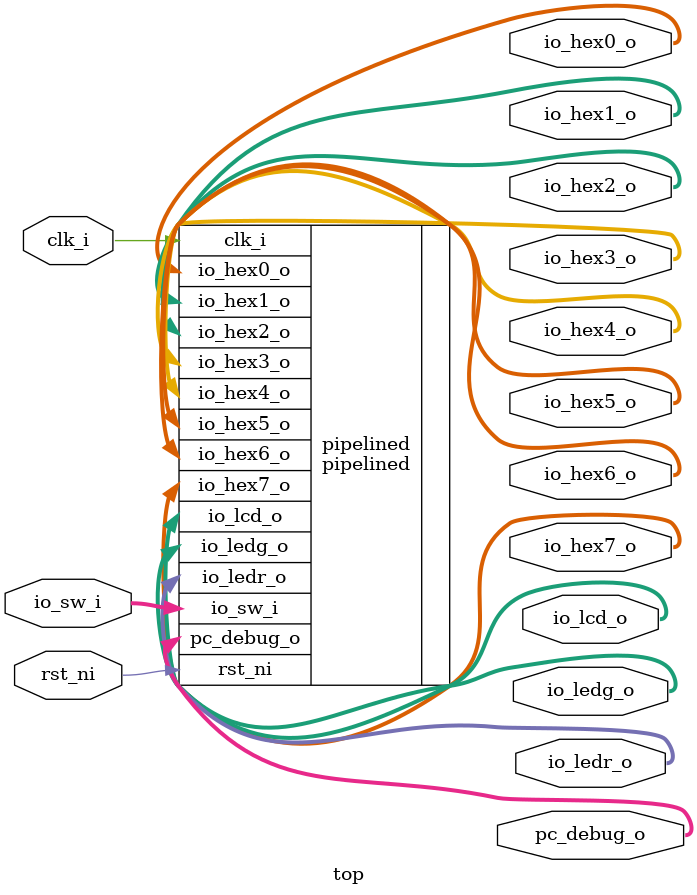
<source format=sv>
`default_nettype none

module top
(
  // Peripheral
  input  logic [31:0]      io_sw_i   ,
  output logic [31:0]      io_lcd_o  ,
  output logic [31:0]      io_ledg_o ,
  output logic [31:0]      io_ledr_o ,
  output logic [31:0]      io_hex0_o ,
  output logic [31:0]      io_hex1_o ,
  output logic [31:0]      io_hex2_o ,
  output logic [31:0]      io_hex3_o ,
  output logic [31:0]      io_hex4_o ,
  output logic [31:0]      io_hex5_o ,
  output logic [31:0]      io_hex6_o ,
  output logic [31:0]      io_hex7_o ,

  output logic [31:0]      pc_debug_o,

  // Clock and asynchronous reset active low
  input  logic             clk_i     ,
  input  logic             rst_ni
);

  pipelined pipelined (
    .io_sw_i   (io_sw_i   ),
    .io_lcd_o  (io_lcd_o  ),
    .io_ledg_o (io_ledg_o ),
    .io_ledr_o (io_ledr_o ),
    .io_hex0_o (io_hex0_o ),
    .io_hex1_o (io_hex1_o ),
    .io_hex2_o (io_hex2_o ),
    .io_hex3_o (io_hex3_o ),
    .io_hex4_o (io_hex4_o ),
    .io_hex5_o (io_hex5_o ),
    .io_hex6_o (io_hex6_o ),
    .io_hex7_o (io_hex7_o ),
    .pc_debug_o(pc_debug_o),
    .clk_i     (clk_i     ),
    .rst_ni    (rst_ni    )
  );

endmodule : top

</source>
